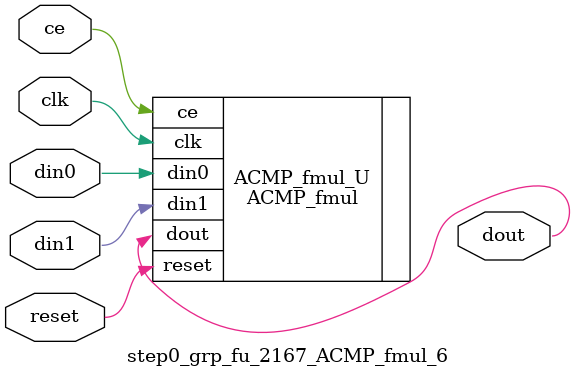
<source format=v>

`timescale 1 ns / 1 ps
module step0_grp_fu_2167_ACMP_fmul_6(
    clk,
    reset,
    ce,
    din0,
    din1,
    dout);

parameter ID = 32'd1;
parameter NUM_STAGE = 32'd1;
parameter din0_WIDTH = 32'd1;
parameter din1_WIDTH = 32'd1;
parameter dout_WIDTH = 32'd1;
input clk;
input reset;
input ce;
input[din0_WIDTH - 1:0] din0;
input[din1_WIDTH - 1:0] din1;
output[dout_WIDTH - 1:0] dout;



ACMP_fmul #(
.ID( ID ),
.NUM_STAGE( 4 ),
.din0_WIDTH( din0_WIDTH ),
.din1_WIDTH( din1_WIDTH ),
.dout_WIDTH( dout_WIDTH ))
ACMP_fmul_U(
    .clk( clk ),
    .reset( reset ),
    .ce( ce ),
    .din0( din0 ),
    .din1( din1 ),
    .dout( dout ));

endmodule

</source>
